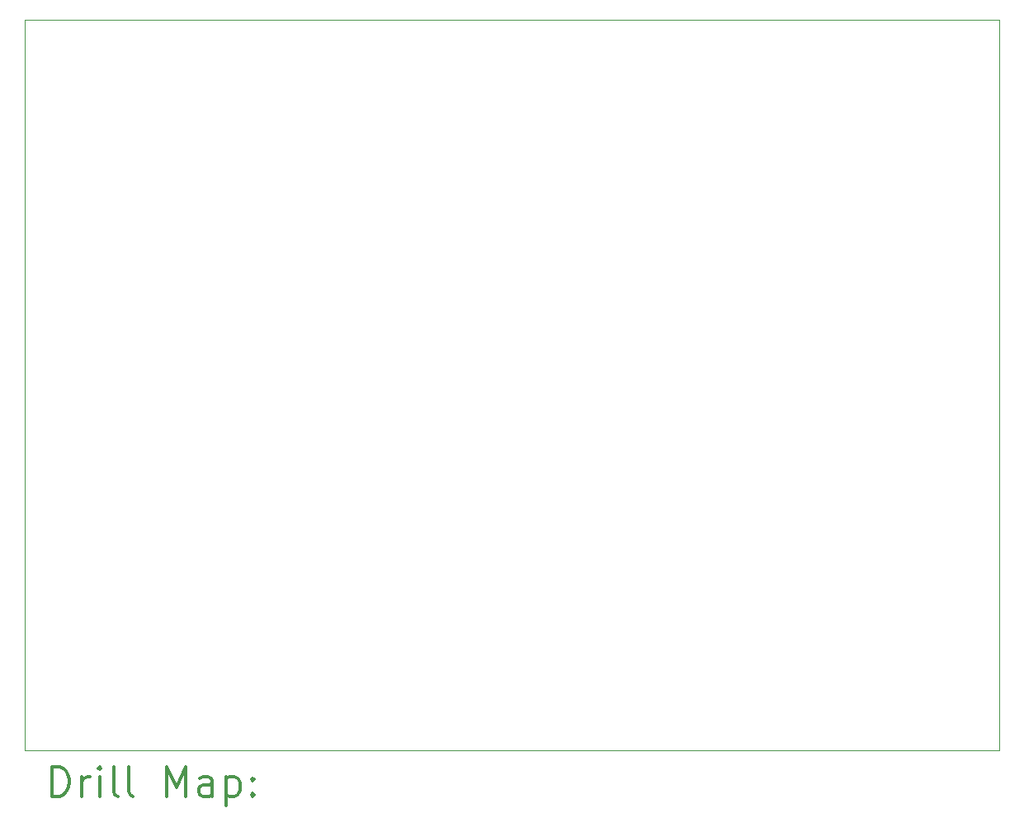
<source format=gbr>
%FSLAX45Y45*%
G04 Gerber Fmt 4.5, Leading zero omitted, Abs format (unit mm)*
G04 Created by KiCad (PCBNEW (5.1.2)-1) date 2022-03-05 22:59:54*
%MOMM*%
%LPD*%
G04 APERTURE LIST*
%ADD10C,0.050000*%
%ADD11C,0.200000*%
%ADD12C,0.300000*%
G04 APERTURE END LIST*
D10*
X9970400Y-5598800D02*
X9970400Y-13098800D01*
X19970400Y-5598800D02*
X9970400Y-5598800D01*
X19970400Y-13098800D02*
X19970400Y-5598800D01*
X9970400Y-13098800D02*
X19970400Y-13098800D01*
D11*
D12*
X10254328Y-13567014D02*
X10254328Y-13267014D01*
X10325757Y-13267014D01*
X10368614Y-13281300D01*
X10397186Y-13309871D01*
X10411471Y-13338443D01*
X10425757Y-13395586D01*
X10425757Y-13438443D01*
X10411471Y-13495586D01*
X10397186Y-13524157D01*
X10368614Y-13552729D01*
X10325757Y-13567014D01*
X10254328Y-13567014D01*
X10554328Y-13567014D02*
X10554328Y-13367014D01*
X10554328Y-13424157D02*
X10568614Y-13395586D01*
X10582900Y-13381300D01*
X10611471Y-13367014D01*
X10640043Y-13367014D01*
X10740043Y-13567014D02*
X10740043Y-13367014D01*
X10740043Y-13267014D02*
X10725757Y-13281300D01*
X10740043Y-13295586D01*
X10754328Y-13281300D01*
X10740043Y-13267014D01*
X10740043Y-13295586D01*
X10925757Y-13567014D02*
X10897186Y-13552729D01*
X10882900Y-13524157D01*
X10882900Y-13267014D01*
X11082900Y-13567014D02*
X11054328Y-13552729D01*
X11040043Y-13524157D01*
X11040043Y-13267014D01*
X11425757Y-13567014D02*
X11425757Y-13267014D01*
X11525757Y-13481300D01*
X11625757Y-13267014D01*
X11625757Y-13567014D01*
X11897186Y-13567014D02*
X11897186Y-13409871D01*
X11882900Y-13381300D01*
X11854328Y-13367014D01*
X11797186Y-13367014D01*
X11768614Y-13381300D01*
X11897186Y-13552729D02*
X11868614Y-13567014D01*
X11797186Y-13567014D01*
X11768614Y-13552729D01*
X11754328Y-13524157D01*
X11754328Y-13495586D01*
X11768614Y-13467014D01*
X11797186Y-13452729D01*
X11868614Y-13452729D01*
X11897186Y-13438443D01*
X12040043Y-13367014D02*
X12040043Y-13667014D01*
X12040043Y-13381300D02*
X12068614Y-13367014D01*
X12125757Y-13367014D01*
X12154328Y-13381300D01*
X12168614Y-13395586D01*
X12182900Y-13424157D01*
X12182900Y-13509871D01*
X12168614Y-13538443D01*
X12154328Y-13552729D01*
X12125757Y-13567014D01*
X12068614Y-13567014D01*
X12040043Y-13552729D01*
X12311471Y-13538443D02*
X12325757Y-13552729D01*
X12311471Y-13567014D01*
X12297186Y-13552729D01*
X12311471Y-13538443D01*
X12311471Y-13567014D01*
X12311471Y-13381300D02*
X12325757Y-13395586D01*
X12311471Y-13409871D01*
X12297186Y-13395586D01*
X12311471Y-13381300D01*
X12311471Y-13409871D01*
M02*

</source>
